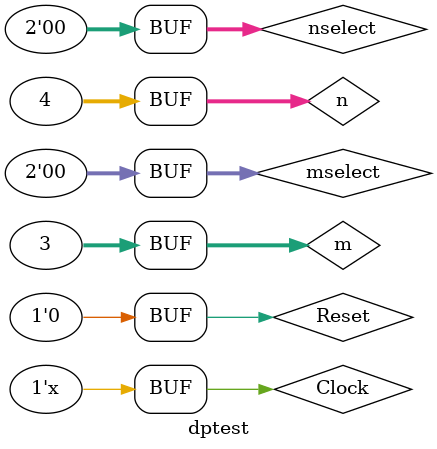
<source format=v>
`timescale 1ns / 1ps


module dptest;
reg Reset = 0;
reg Clock = 0;
reg[31:0] n = 4;
reg[31:0] m = 3;
reg [1:0] nselect;
reg  [1:0] mselect;
  
wire z;
wire [31:0] mprobe;
wire [31:0] nprobe;

 always 
 begin
  #5 Clock=~Clock;
 end



datapath  dp(
    .reset(Reset),
 .clk(Clock),
  . m(m),
. n(n),
.nselect(nselect),
   .mselect(mselect),
  
   . mprobe(mprobe),
 . nprobe (nprobe),
    . z(z)
    );
initial begin
Reset=1;
#40
Reset=0;
 nselect=3'b 10;
 mselect=3'b 10;
#20
 nselect=3'b 01;
 mselect=3'b 01;
#40;
nselect=3'b 00;
 mselect=3'b 00;
#50
;

end

endmodule

</source>
